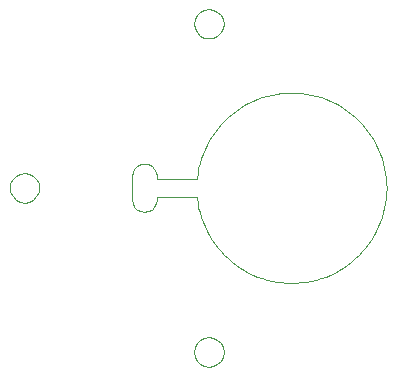
<source format=gbr>
%TF.GenerationSoftware,KiCad,Pcbnew,(5.99.0-10394-g2e15de97e0)*%
%TF.CreationDate,2021-08-24T18:50:14+02:00*%
%TF.ProjectId,USTTHUNDERMILLPCB01A,55535454-4855-44e4-9445-524d494c4c50,rev?*%
%TF.SameCoordinates,Original*%
%TF.FileFunction,Other,ECO1*%
%FSLAX46Y46*%
G04 Gerber Fmt 4.6, Leading zero omitted, Abs format (unit mm)*
G04 Created by KiCad (PCBNEW (5.99.0-10394-g2e15de97e0)) date 2021-08-24 18:50:14*
%MOMM*%
%LPD*%
G01*
G04 APERTURE LIST*
%ADD10C,0.050000*%
G04 APERTURE END LIST*
D10*
X135113731Y-79788803D02*
X134765270Y-79611303D01*
X134765270Y-79611303D02*
X134488731Y-79334703D01*
X134488731Y-79334703D02*
X134311180Y-78986303D01*
X134311180Y-78986303D02*
X134250000Y-78600000D01*
X134250000Y-78600000D02*
X134311180Y-78213699D01*
X134311180Y-78213699D02*
X134488731Y-77865299D01*
X134488731Y-77865299D02*
X134765270Y-77588699D01*
X134765270Y-77588699D02*
X135113731Y-77411201D01*
X135113731Y-77411201D02*
X135500000Y-77350000D01*
X135500000Y-77350000D02*
X135886268Y-77411201D01*
X135886268Y-77411201D02*
X136234729Y-77588699D01*
X136234729Y-77588699D02*
X136511268Y-77865299D01*
X136511268Y-77865299D02*
X136688819Y-78213699D01*
X136688819Y-78213699D02*
X136750000Y-78600000D01*
X136750000Y-78600000D02*
X136688819Y-78986301D01*
X136688819Y-78986301D02*
X136511268Y-79334701D01*
X136511268Y-79334701D02*
X136234729Y-79611301D01*
X136234729Y-79611301D02*
X135886268Y-79788799D01*
X135886268Y-79788799D02*
X135500000Y-79850000D01*
X135500000Y-79850000D02*
X135113731Y-79788803D01*
X135113731Y-79788803D02*
X135113731Y-79788803D01*
X135113731Y-107588798D02*
X134765270Y-107411300D01*
X134765270Y-107411300D02*
X134488731Y-107134700D01*
X134488731Y-107134700D02*
X134311180Y-106786300D01*
X134311180Y-106786300D02*
X134250000Y-106400001D01*
X134250000Y-106400001D02*
X134311180Y-106013702D01*
X134311180Y-106013702D02*
X134488731Y-105665298D01*
X134488731Y-105665298D02*
X134765270Y-105388698D01*
X134765270Y-105388698D02*
X135113731Y-105211200D01*
X135113731Y-105211200D02*
X135500000Y-105150001D01*
X135500000Y-105150001D02*
X135886268Y-105211200D01*
X135886268Y-105211200D02*
X136234729Y-105388698D01*
X136234729Y-105388698D02*
X136511268Y-105665298D01*
X136511268Y-105665298D02*
X136688819Y-106013698D01*
X136688819Y-106013698D02*
X136750000Y-106400001D01*
X136750000Y-106400001D02*
X136688819Y-106786300D01*
X136688819Y-106786300D02*
X136511268Y-107134700D01*
X136511268Y-107134700D02*
X136234729Y-107411300D01*
X136234729Y-107411300D02*
X135886268Y-107588798D01*
X135886268Y-107588798D02*
X135500000Y-107650001D01*
X135500000Y-107650001D02*
X135113731Y-107588798D01*
X135113731Y-107588798D02*
X135113731Y-107588798D01*
X119513700Y-93688819D02*
X119165300Y-93511268D01*
X119165300Y-93511268D02*
X118888700Y-93234729D01*
X118888700Y-93234729D02*
X118711200Y-92886272D01*
X118711200Y-92886272D02*
X118649999Y-92500000D01*
X118649999Y-92500000D02*
X118711200Y-92113727D01*
X118711200Y-92113727D02*
X118888700Y-91765270D01*
X118888700Y-91765270D02*
X119165300Y-91488731D01*
X119165300Y-91488731D02*
X119513700Y-91311180D01*
X119513700Y-91311180D02*
X119899999Y-91250000D01*
X119899999Y-91250000D02*
X120286298Y-91311180D01*
X120286298Y-91311180D02*
X120634698Y-91488731D01*
X120634698Y-91488731D02*
X120911298Y-91765270D01*
X120911298Y-91765270D02*
X121088798Y-92113727D01*
X121088798Y-92113727D02*
X121149999Y-92500000D01*
X121149999Y-92500000D02*
X121088800Y-92886272D01*
X121088800Y-92886272D02*
X120911300Y-93234729D01*
X120911300Y-93234729D02*
X120634700Y-93511268D01*
X120634700Y-93511268D02*
X120286300Y-93688819D01*
X120286300Y-93688819D02*
X119899999Y-93750000D01*
X119899999Y-93750000D02*
X119513700Y-93688819D01*
X119513700Y-93688819D02*
X119513700Y-93688819D01*
X142078697Y-100538970D02*
X141658546Y-100505901D01*
X141658546Y-100505901D02*
X141240699Y-100450889D01*
X141240699Y-100450889D02*
X140826309Y-100374092D01*
X140826309Y-100374092D02*
X140416511Y-100275699D01*
X140416511Y-100275699D02*
X140012409Y-100155998D01*
X140012409Y-100155998D02*
X139615139Y-100015319D01*
X139615139Y-100015319D02*
X139225769Y-99854042D01*
X139225769Y-99854042D02*
X138845378Y-99672599D01*
X138845378Y-99672599D02*
X138474998Y-99471500D01*
X138474998Y-99471500D02*
X138115661Y-99251300D01*
X138115661Y-99251300D02*
X137768329Y-99012588D01*
X137768329Y-99012588D02*
X137433971Y-98756019D01*
X137433971Y-98756019D02*
X137113498Y-98482318D01*
X137113498Y-98482318D02*
X136807788Y-98192211D01*
X136807788Y-98192211D02*
X136517681Y-97886501D01*
X136517681Y-97886501D02*
X136243980Y-97566028D01*
X136243980Y-97566028D02*
X135987411Y-97231670D01*
X135987411Y-97231670D02*
X135748699Y-96884338D01*
X135748699Y-96884338D02*
X135528499Y-96525001D01*
X135528499Y-96525001D02*
X135327400Y-96154621D01*
X135327400Y-96154621D02*
X135145957Y-95774230D01*
X135145957Y-95774230D02*
X134984680Y-95384860D01*
X134984680Y-95384860D02*
X134844001Y-94987590D01*
X134844001Y-94987590D02*
X134724300Y-94583488D01*
X134724300Y-94583488D02*
X134625907Y-94173690D01*
X134625907Y-94173690D02*
X134549110Y-93759300D01*
X134549110Y-93759300D02*
X134494098Y-93341453D01*
X134494098Y-93341453D02*
X134488868Y-93275001D01*
X134488868Y-93275001D02*
X131100000Y-93275001D01*
X131100000Y-93275001D02*
X131100000Y-93500000D01*
X131100000Y-93500000D02*
X131048599Y-93824470D01*
X131048599Y-93824470D02*
X130899499Y-94117168D01*
X130899499Y-94117168D02*
X130667200Y-94349472D01*
X130667200Y-94349472D02*
X130374500Y-94498611D01*
X130374500Y-94498611D02*
X130049999Y-94549999D01*
X130049999Y-94549999D02*
X129725500Y-94498611D01*
X129725500Y-94498611D02*
X129432800Y-94349472D01*
X129432800Y-94349472D02*
X129200500Y-94117168D01*
X129200500Y-94117168D02*
X129051399Y-93824470D01*
X129051399Y-93824470D02*
X129000000Y-93500000D01*
X129000000Y-93500000D02*
X129000000Y-91500000D01*
X129000000Y-91500000D02*
X129051399Y-91175529D01*
X129051399Y-91175529D02*
X129200500Y-90882831D01*
X129200500Y-90882831D02*
X129432800Y-90650531D01*
X129432800Y-90650531D02*
X129725500Y-90501388D01*
X129725500Y-90501388D02*
X130049999Y-90450000D01*
X130049999Y-90450000D02*
X130374500Y-90501388D01*
X130374500Y-90501388D02*
X130667200Y-90650531D01*
X130667200Y-90650531D02*
X130899499Y-90882831D01*
X130899499Y-90882831D02*
X131048599Y-91175529D01*
X131048599Y-91175529D02*
X131100000Y-91500000D01*
X131100000Y-91500000D02*
X131100000Y-91724998D01*
X131100000Y-91724998D02*
X134488868Y-91724998D01*
X134488868Y-91724998D02*
X134494098Y-91658546D01*
X134494098Y-91658546D02*
X134549110Y-91240699D01*
X134549110Y-91240699D02*
X134625907Y-90826309D01*
X134625907Y-90826309D02*
X134724300Y-90416511D01*
X134724300Y-90416511D02*
X134844001Y-90012409D01*
X134844001Y-90012409D02*
X134984680Y-89615139D01*
X134984680Y-89615139D02*
X135145957Y-89225769D01*
X135145957Y-89225769D02*
X135327400Y-88845378D01*
X135327400Y-88845378D02*
X135528499Y-88474998D01*
X135528499Y-88474998D02*
X135748699Y-88115661D01*
X135748699Y-88115661D02*
X135987411Y-87768329D01*
X135987411Y-87768329D02*
X136243980Y-87433971D01*
X136243980Y-87433971D02*
X136517681Y-87113498D01*
X136517681Y-87113498D02*
X136807788Y-86807788D01*
X136807788Y-86807788D02*
X137113498Y-86517681D01*
X137113498Y-86517681D02*
X137433971Y-86243980D01*
X137433971Y-86243980D02*
X137768329Y-85987411D01*
X137768329Y-85987411D02*
X138115661Y-85748699D01*
X138115661Y-85748699D02*
X138474998Y-85528499D01*
X138474998Y-85528499D02*
X138845378Y-85327400D01*
X138845378Y-85327400D02*
X139225769Y-85145957D01*
X139225769Y-85145957D02*
X139615139Y-84984680D01*
X139615139Y-84984680D02*
X140012409Y-84844001D01*
X140012409Y-84844001D02*
X140416511Y-84724300D01*
X140416511Y-84724300D02*
X140826309Y-84625907D01*
X140826309Y-84625907D02*
X141240699Y-84549110D01*
X141240699Y-84549110D02*
X141658546Y-84494098D01*
X141658546Y-84494098D02*
X142078697Y-84461029D01*
X142078697Y-84461029D02*
X142500000Y-84450000D01*
X142500000Y-84450000D02*
X142921302Y-84461029D01*
X142921302Y-84461029D02*
X143341453Y-84494098D01*
X143341453Y-84494098D02*
X143759300Y-84549110D01*
X143759300Y-84549110D02*
X144173690Y-84625907D01*
X144173690Y-84625907D02*
X144583488Y-84724300D01*
X144583488Y-84724300D02*
X144987590Y-84844001D01*
X144987590Y-84844001D02*
X145384860Y-84984680D01*
X145384860Y-84984680D02*
X145774230Y-85145957D01*
X145774230Y-85145957D02*
X146154621Y-85327400D01*
X146154621Y-85327400D02*
X146525001Y-85528499D01*
X146525001Y-85528499D02*
X146884338Y-85748699D01*
X146884338Y-85748699D02*
X147231670Y-85987411D01*
X147231670Y-85987411D02*
X147566032Y-86243980D01*
X147566032Y-86243980D02*
X147886501Y-86517681D01*
X147886501Y-86517681D02*
X148192211Y-86807788D01*
X148192211Y-86807788D02*
X148482318Y-87113498D01*
X148482318Y-87113498D02*
X148756019Y-87433971D01*
X148756019Y-87433971D02*
X149012588Y-87768329D01*
X149012588Y-87768329D02*
X149251300Y-88115661D01*
X149251300Y-88115661D02*
X149471500Y-88474998D01*
X149471500Y-88474998D02*
X149672599Y-88845378D01*
X149672599Y-88845378D02*
X149854042Y-89225769D01*
X149854042Y-89225769D02*
X150015319Y-89615139D01*
X150015319Y-89615139D02*
X150155998Y-90012409D01*
X150155998Y-90012409D02*
X150275699Y-90416511D01*
X150275699Y-90416511D02*
X150374092Y-90826309D01*
X150374092Y-90826309D02*
X150450889Y-91240699D01*
X150450889Y-91240699D02*
X150505901Y-91658546D01*
X150505901Y-91658546D02*
X150538970Y-92078697D01*
X150538970Y-92078697D02*
X150549999Y-92500000D01*
X150549999Y-92500000D02*
X150538970Y-92921302D01*
X150538970Y-92921302D02*
X150505901Y-93341453D01*
X150505901Y-93341453D02*
X150450889Y-93759300D01*
X150450889Y-93759300D02*
X150374092Y-94173690D01*
X150374092Y-94173690D02*
X150275699Y-94583488D01*
X150275699Y-94583488D02*
X150155998Y-94987590D01*
X150155998Y-94987590D02*
X150015319Y-95384860D01*
X150015319Y-95384860D02*
X149854042Y-95774230D01*
X149854042Y-95774230D02*
X149672599Y-96154621D01*
X149672599Y-96154621D02*
X149471500Y-96525001D01*
X149471500Y-96525001D02*
X149251300Y-96884338D01*
X149251300Y-96884338D02*
X149012588Y-97231670D01*
X149012588Y-97231670D02*
X148756019Y-97566028D01*
X148756019Y-97566028D02*
X148482318Y-97886501D01*
X148482318Y-97886501D02*
X148192211Y-98192211D01*
X148192211Y-98192211D02*
X147886501Y-98482318D01*
X147886501Y-98482318D02*
X147566028Y-98756019D01*
X147566028Y-98756019D02*
X147231670Y-99012588D01*
X147231670Y-99012588D02*
X146884338Y-99251300D01*
X146884338Y-99251300D02*
X146525001Y-99471500D01*
X146525001Y-99471500D02*
X146154621Y-99672599D01*
X146154621Y-99672599D02*
X145774230Y-99854042D01*
X145774230Y-99854042D02*
X145384860Y-100015319D01*
X145384860Y-100015319D02*
X144987590Y-100155998D01*
X144987590Y-100155998D02*
X144583488Y-100275699D01*
X144583488Y-100275699D02*
X144173690Y-100374092D01*
X144173690Y-100374092D02*
X143759300Y-100450889D01*
X143759300Y-100450889D02*
X143341453Y-100505901D01*
X143341453Y-100505901D02*
X142921302Y-100538970D01*
X142921302Y-100538970D02*
X142500000Y-100549999D01*
X142500000Y-100549999D02*
X142078697Y-100538970D01*
X142078697Y-100538970D02*
X142078697Y-100538970D01*
M02*

</source>
